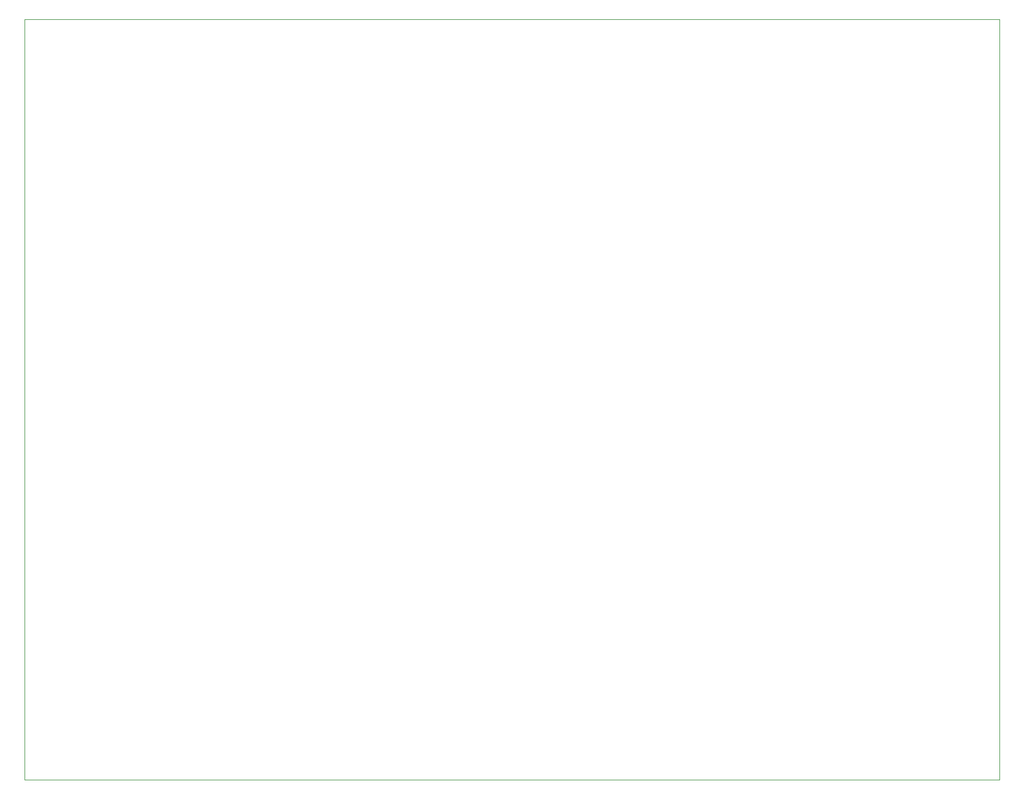
<source format=gbr>
%TF.GenerationSoftware,KiCad,Pcbnew,8.0.8*%
%TF.CreationDate,2025-02-09T10:31:20+01:00*%
%TF.ProjectId,MK23xxCharGenReadout,4d4b3233-7878-4436-9861-7247656e5265,rev?*%
%TF.SameCoordinates,Original*%
%TF.FileFunction,Profile,NP*%
%FSLAX46Y46*%
G04 Gerber Fmt 4.6, Leading zero omitted, Abs format (unit mm)*
G04 Created by KiCad (PCBNEW 8.0.8) date 2025-02-09 10:31:20*
%MOMM*%
%LPD*%
G01*
G04 APERTURE LIST*
%TA.AperFunction,Profile*%
%ADD10C,0.050000*%
%TD*%
G04 APERTURE END LIST*
D10*
X246888000Y-145796000D02*
X105664000Y-145796000D01*
X246888000Y-35560000D02*
X246888000Y-145796000D01*
X105664000Y-145796000D02*
X105664000Y-35560000D01*
X105664000Y-35560000D02*
X246888000Y-35560000D01*
M02*

</source>
